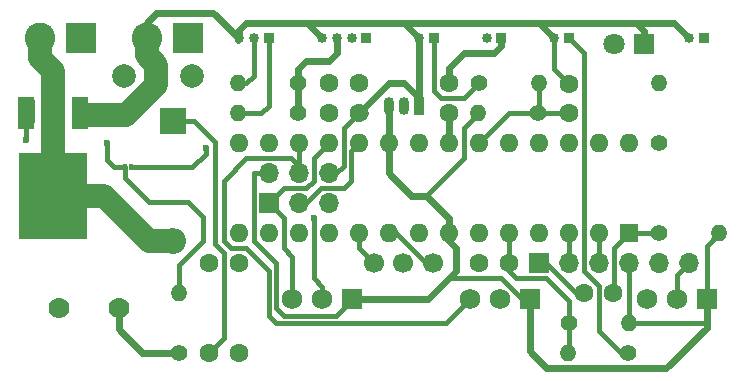
<source format=gbl>
G04 #@! TF.FileFunction,Copper,L2,Bot,Signal*
%FSLAX46Y46*%
G04 Gerber Fmt 4.6, Leading zero omitted, Abs format (unit mm)*
G04 Created by KiCad (PCBNEW 4.0.7) date 07/26/19 16:42:22*
%MOMM*%
%LPD*%
G01*
G04 APERTURE LIST*
%ADD10C,0.100000*%
%ADD11R,2.200000X2.200000*%
%ADD12O,2.200000X2.200000*%
%ADD13C,1.778000*%
%ADD14R,1.700000X1.700000*%
%ADD15O,1.700000X1.700000*%
%ADD16R,1.800000X1.800000*%
%ADD17C,1.800000*%
%ADD18C,1.750000*%
%ADD19R,1.750000X1.750000*%
%ADD20C,2.000000*%
%ADD21R,1.600000X1.600000*%
%ADD22O,1.600000X1.600000*%
%ADD23R,2.600000X2.600000*%
%ADD24C,2.600000*%
%ADD25C,1.700000*%
%ADD26C,1.400000*%
%ADD27O,1.400000X1.400000*%
%ADD28C,1.600000*%
%ADD29O,0.900000X1.500000*%
%ADD30R,0.900000X1.500000*%
%ADD31R,0.850000X0.850000*%
%ADD32C,0.850000*%
%ADD33R,1.400000X2.700000*%
%ADD34R,5.800000X7.400000*%
%ADD35R,0.400000X0.600000*%
%ADD36C,0.600000*%
%ADD37C,0.406400*%
%ADD38C,0.609600*%
%ADD39C,0.914400*%
%ADD40C,2.032000*%
G04 APERTURE END LIST*
D10*
D11*
X50800000Y-95250000D03*
D12*
X50800000Y-105410000D03*
D13*
X46228000Y-111125000D03*
X41148000Y-111125000D03*
D14*
X81788000Y-107315000D03*
D15*
X84328000Y-107315000D03*
X86868000Y-107315000D03*
X89408000Y-107315000D03*
X91948000Y-107315000D03*
X94488000Y-107315000D03*
D16*
X90678000Y-88773000D03*
D17*
X88138000Y-88773000D03*
D18*
X90918000Y-110365000D03*
X93458000Y-110365000D03*
D19*
X95998000Y-110365000D03*
D20*
X46630000Y-91440000D03*
X52430000Y-91440000D03*
D21*
X89408000Y-104775000D03*
D22*
X56388000Y-97155000D03*
X86868000Y-104775000D03*
X58928000Y-97155000D03*
X84328000Y-104775000D03*
X61468000Y-97155000D03*
X81788000Y-104775000D03*
X64008000Y-97155000D03*
X79248000Y-104775000D03*
X66548000Y-97155000D03*
X76708000Y-104775000D03*
X69088000Y-97155000D03*
X74168000Y-104775000D03*
X71628000Y-97155000D03*
X71628000Y-104775000D03*
X74168000Y-97155000D03*
X69088000Y-104775000D03*
X76708000Y-97155000D03*
X66548000Y-104775000D03*
X79248000Y-97155000D03*
X64008000Y-104775000D03*
X81788000Y-97155000D03*
X61468000Y-104775000D03*
X84328000Y-97155000D03*
X58928000Y-104775000D03*
X86868000Y-97155000D03*
X56388000Y-104775000D03*
X89408000Y-97155000D03*
D23*
X52070000Y-88265000D03*
D24*
X48570000Y-88265000D03*
D23*
X43053000Y-88265000D03*
D24*
X39553000Y-88265000D03*
D25*
X67818000Y-107315000D03*
X70318000Y-107315000D03*
X72818000Y-107315000D03*
D26*
X84368000Y-112395000D03*
D27*
X89448000Y-112395000D03*
D26*
X89368000Y-114935000D03*
D27*
X84288000Y-114935000D03*
D28*
X74168000Y-92075000D03*
X74168000Y-94575000D03*
X66548000Y-92075000D03*
X66548000Y-94575000D03*
X79248000Y-107315000D03*
X76748000Y-107315000D03*
D29*
X70358000Y-93980000D03*
X69088000Y-93980000D03*
D30*
X71628000Y-93980000D03*
D28*
X64008000Y-92075000D03*
X64008000Y-94575000D03*
X85598000Y-109855000D03*
X88098000Y-109855000D03*
D26*
X91988000Y-104775000D03*
D27*
X97068000Y-104775000D03*
D28*
X84328000Y-94615000D03*
X84328000Y-92115000D03*
D26*
X76748000Y-92075000D03*
D27*
X81828000Y-92075000D03*
D26*
X81748000Y-94615000D03*
D27*
X76668000Y-94615000D03*
D18*
X75918000Y-110365000D03*
X78458000Y-110365000D03*
D19*
X80998000Y-110365000D03*
D18*
X60918000Y-110365000D03*
X63458000Y-110365000D03*
D19*
X65998000Y-110365000D03*
D26*
X61428000Y-94615000D03*
D27*
X56348000Y-94615000D03*
D26*
X61428000Y-92075000D03*
D27*
X56348000Y-92075000D03*
D26*
X91948000Y-97115000D03*
D27*
X91948000Y-92035000D03*
D28*
X53848000Y-107315000D03*
X53848000Y-114935000D03*
X56388000Y-107315000D03*
X56388000Y-114935000D03*
D26*
X51308000Y-114895000D03*
D27*
X51308000Y-109815000D03*
D14*
X58928000Y-102235000D03*
D15*
X58928000Y-99695000D03*
X61468000Y-102235000D03*
X61468000Y-99695000D03*
X64008000Y-102235000D03*
X64008000Y-99695000D03*
D31*
X78613000Y-88265000D03*
D32*
X77363000Y-88265000D03*
D31*
X67183000Y-88265000D03*
D32*
X65933000Y-88265000D03*
X64683000Y-88265000D03*
X63433000Y-88265000D03*
D31*
X72898000Y-88265000D03*
D32*
X71648000Y-88265000D03*
D31*
X95758000Y-88265000D03*
D32*
X94508000Y-88265000D03*
D31*
X84328000Y-88265000D03*
D32*
X83078000Y-88265000D03*
D31*
X58928000Y-88265000D03*
D32*
X57678000Y-88265000D03*
X56428000Y-88265000D03*
D33*
X38360000Y-94610000D03*
X42920000Y-94610000D03*
D34*
X40640000Y-101592000D03*
D35*
X47240000Y-99187000D03*
X46740000Y-99187000D03*
D36*
X62738000Y-103505000D03*
X38354000Y-96901000D03*
X45212000Y-97155000D03*
X53594000Y-97536000D03*
D37*
X89408000Y-104775000D02*
X91988000Y-104775000D01*
X89408000Y-104775000D02*
X88138000Y-106045000D01*
X88138000Y-106045000D02*
X88138000Y-109815000D01*
X88138000Y-109815000D02*
X88098000Y-109855000D01*
D38*
X56428000Y-88265000D02*
X56388000Y-88265000D01*
X56388000Y-88265000D02*
X54229000Y-86106000D01*
X48570000Y-86939000D02*
X48570000Y-88265000D01*
X49403000Y-86106000D02*
X48570000Y-86939000D01*
X54229000Y-86106000D02*
X49403000Y-86106000D01*
D39*
X43052000Y-94742000D02*
X43688000Y-94742000D01*
D40*
X48570000Y-89718000D02*
X49403000Y-90551000D01*
X49403000Y-90551000D02*
X49403000Y-92202000D01*
X49403000Y-92202000D02*
X46863000Y-94742000D01*
X46863000Y-94742000D02*
X43688000Y-94742000D01*
X48570000Y-89718000D02*
X48570000Y-88265000D01*
D39*
X43052000Y-94742000D02*
X42920000Y-94610000D01*
D38*
X46228000Y-111125000D02*
X46228000Y-112903000D01*
X46228000Y-112903000D02*
X48220000Y-114895000D01*
X48220000Y-114895000D02*
X51308000Y-114895000D01*
D37*
X63458000Y-109305000D02*
X63458000Y-110365000D01*
X62738000Y-108585000D02*
X63458000Y-109305000D01*
X62738000Y-103505000D02*
X62738000Y-108585000D01*
D38*
X66548000Y-94575000D02*
X66588000Y-94575000D01*
X66588000Y-94575000D02*
X69088000Y-92075000D01*
X70358000Y-92075000D02*
X71628000Y-93345000D01*
X69088000Y-92075000D02*
X70358000Y-92075000D01*
X71628000Y-93345000D02*
X71628000Y-93980000D01*
D37*
X64008000Y-99695000D02*
X64643000Y-99695000D01*
X64643000Y-99695000D02*
X65278000Y-99060000D01*
X65278000Y-99060000D02*
X65278000Y-95845000D01*
X65278000Y-95845000D02*
X66548000Y-94575000D01*
D38*
X71628000Y-93345000D02*
X71628000Y-93980000D01*
X74168000Y-94575000D02*
X74168000Y-97155000D01*
X71628000Y-93980000D02*
X71628000Y-88285000D01*
X71628000Y-88285000D02*
X71648000Y-88265000D01*
D37*
X93458000Y-110365000D02*
X93458000Y-108345000D01*
X93458000Y-108345000D02*
X94488000Y-107315000D01*
X67143000Y-94575000D02*
X66548000Y-94575000D01*
X83078000Y-88265000D02*
X83078000Y-90865000D01*
X83078000Y-90865000D02*
X84328000Y-92115000D01*
D38*
X81153000Y-86995000D02*
X81808000Y-86995000D01*
X81808000Y-86995000D02*
X83078000Y-88265000D01*
X89408000Y-86995000D02*
X93238000Y-86995000D01*
X93238000Y-86995000D02*
X94508000Y-88265000D01*
X70358000Y-86995000D02*
X81153000Y-86995000D01*
X81153000Y-86995000D02*
X89408000Y-86995000D01*
X89408000Y-86995000D02*
X90043000Y-86995000D01*
X90678000Y-87630000D02*
X90678000Y-88773000D01*
X90043000Y-86995000D02*
X90678000Y-87630000D01*
X62163000Y-86995000D02*
X70358000Y-86995000D01*
X70358000Y-86995000D02*
X70378000Y-86995000D01*
X70378000Y-86995000D02*
X71648000Y-88265000D01*
X56428000Y-88265000D02*
X56428000Y-87590000D01*
X62163000Y-86995000D02*
X63433000Y-88265000D01*
X57023000Y-86995000D02*
X62163000Y-86995000D01*
X56428000Y-87590000D02*
X57023000Y-86995000D01*
X56328000Y-88365000D02*
X56428000Y-88265000D01*
D37*
X81748000Y-94615000D02*
X84328000Y-94615000D01*
X76708000Y-97155000D02*
X79248000Y-94615000D01*
X79248000Y-94615000D02*
X81748000Y-94615000D01*
X81828000Y-92075000D02*
X81828000Y-94535000D01*
X81828000Y-94535000D02*
X81748000Y-94615000D01*
X56348000Y-94615000D02*
X58293000Y-94615000D01*
X58928000Y-93980000D02*
X58928000Y-88265000D01*
X58293000Y-94615000D02*
X58928000Y-93980000D01*
X38354000Y-96901000D02*
X38360000Y-96895000D01*
X38360000Y-94610000D02*
X38360000Y-96895000D01*
X45847000Y-99187000D02*
X46740000Y-99187000D01*
X45212000Y-98552000D02*
X45847000Y-99187000D01*
X45212000Y-97155000D02*
X45212000Y-98552000D01*
X46740000Y-99187000D02*
X46740000Y-100080000D01*
X51308000Y-107442000D02*
X51308000Y-109815000D01*
X53340000Y-105410000D02*
X51308000Y-107442000D01*
X53340000Y-103378000D02*
X53340000Y-105410000D01*
X52070000Y-102108000D02*
X53340000Y-103378000D01*
X48768000Y-102108000D02*
X52070000Y-102108000D01*
X46740000Y-100080000D02*
X48768000Y-102108000D01*
X38868000Y-95245000D02*
X38868000Y-93605000D01*
X84368000Y-112395000D02*
X84368000Y-114855000D01*
X84368000Y-114855000D02*
X84288000Y-114935000D01*
X79248000Y-107315000D02*
X79248000Y-107950000D01*
X79248000Y-107950000D02*
X79883000Y-108585000D01*
X84368000Y-110530000D02*
X84368000Y-112395000D01*
X82423000Y-108585000D02*
X84368000Y-110530000D01*
X79883000Y-108585000D02*
X82423000Y-108585000D01*
X79248000Y-104775000D02*
X79248000Y-107315000D01*
X62103000Y-102235000D02*
X63373000Y-100965000D01*
X65913000Y-97790000D02*
X66548000Y-97155000D01*
X65913000Y-100330000D02*
X65913000Y-97790000D01*
X65278000Y-100965000D02*
X65913000Y-100330000D01*
X63373000Y-100965000D02*
X65278000Y-100965000D01*
X60198000Y-106045000D02*
X60198000Y-103505000D01*
X60198000Y-106045000D02*
X60918000Y-106765000D01*
X60918000Y-110365000D02*
X60918000Y-106765000D01*
X60198000Y-103505000D02*
X58928000Y-102235000D01*
X64008000Y-97155000D02*
X62738000Y-98425000D01*
X60198000Y-100965000D02*
X58928000Y-102235000D01*
X62103000Y-100965000D02*
X60198000Y-100965000D01*
X62738000Y-100330000D02*
X62103000Y-100965000D01*
X62738000Y-98425000D02*
X62738000Y-100330000D01*
D38*
X69088000Y-93980000D02*
X69088000Y-97155000D01*
X61428000Y-92075000D02*
X61428000Y-94615000D01*
D37*
X80998000Y-110365000D02*
X80393000Y-110365000D01*
X80393000Y-110365000D02*
X78613000Y-108585000D01*
X74168000Y-108585000D02*
X73533000Y-109220000D01*
X78613000Y-108585000D02*
X74168000Y-108585000D01*
X58928000Y-99695000D02*
X57658000Y-99695000D01*
X64603000Y-111760000D02*
X65998000Y-110365000D01*
X60198000Y-111760000D02*
X64603000Y-111760000D01*
X59563000Y-111125000D02*
X60198000Y-111760000D01*
X59563000Y-107315000D02*
X59563000Y-111125000D01*
X57658000Y-105410000D02*
X59563000Y-107315000D01*
X57658000Y-104140000D02*
X57658000Y-105410000D01*
X57658000Y-99695000D02*
X57658000Y-104140000D01*
X61428000Y-94615000D02*
X61428000Y-94655000D01*
X76668000Y-94615000D02*
X76668000Y-94655000D01*
X76668000Y-94655000D02*
X75438000Y-95885000D01*
X75438000Y-95885000D02*
X75438000Y-98425000D01*
X75438000Y-98425000D02*
X72263000Y-101600000D01*
X95998000Y-110365000D02*
X95998000Y-105845000D01*
X95998000Y-105845000D02*
X97068000Y-104775000D01*
D38*
X80998000Y-110365000D02*
X80998000Y-114780000D01*
X95998000Y-112790000D02*
X95998000Y-110365000D01*
X92583000Y-116205000D02*
X95998000Y-112790000D01*
X82423000Y-116205000D02*
X92583000Y-116205000D01*
X80998000Y-114780000D02*
X82423000Y-116205000D01*
D37*
X80998000Y-110365000D02*
X80998000Y-110645000D01*
X95998000Y-110365000D02*
X95998000Y-112155000D01*
X95998000Y-112155000D02*
X95758000Y-112395000D01*
X95758000Y-112395000D02*
X89448000Y-112395000D01*
X89408000Y-107315000D02*
X89408000Y-112355000D01*
X89408000Y-112355000D02*
X89448000Y-112395000D01*
D38*
X74168000Y-104775000D02*
X74168000Y-105410000D01*
X74168000Y-105410000D02*
X74803000Y-106045000D01*
X72388000Y-110365000D02*
X65998000Y-110365000D01*
X74803000Y-107950000D02*
X73533000Y-109220000D01*
X73533000Y-109220000D02*
X72388000Y-110365000D01*
X74803000Y-106045000D02*
X74803000Y-107950000D01*
X69088000Y-97155000D02*
X69088000Y-99695000D01*
X70993000Y-101600000D02*
X72263000Y-101600000D01*
X69088000Y-99695000D02*
X70993000Y-101600000D01*
X72263000Y-101600000D02*
X74168000Y-103505000D01*
X74168000Y-103505000D02*
X74168000Y-104775000D01*
X61428000Y-92075000D02*
X61428000Y-90845000D01*
X64683000Y-89495000D02*
X64683000Y-88265000D01*
X64008000Y-90170000D02*
X64683000Y-89495000D01*
X62103000Y-90170000D02*
X64008000Y-90170000D01*
X61428000Y-90845000D02*
X62103000Y-90170000D01*
D37*
X69088000Y-104775000D02*
X69723000Y-104775000D01*
X69723000Y-104775000D02*
X72263000Y-107315000D01*
X72263000Y-107315000D02*
X72818000Y-107315000D01*
X66548000Y-104775000D02*
X66548000Y-106045000D01*
X66548000Y-106045000D02*
X67818000Y-107315000D01*
X60198000Y-112366402D02*
X59534402Y-112366402D01*
X55118000Y-105410000D02*
X55753000Y-106045000D01*
X55753000Y-106045000D02*
X57023000Y-106045000D01*
X57023000Y-106045000D02*
X58928000Y-107950000D01*
X58928000Y-107950000D02*
X58928000Y-110490000D01*
X58928000Y-110490000D02*
X58928000Y-111125000D01*
X60833000Y-98425000D02*
X57023000Y-98425000D01*
X57023000Y-98425000D02*
X55118000Y-100330000D01*
X60833000Y-98425000D02*
X61468000Y-99060000D01*
X55118000Y-100330000D02*
X55118000Y-105410000D01*
X58928000Y-111760000D02*
X58928000Y-111125000D01*
X59534402Y-112366402D02*
X58928000Y-111760000D01*
X71628000Y-112395000D02*
X73888000Y-112395000D01*
X60198000Y-112366402D02*
X71599402Y-112366402D01*
X71599402Y-112366402D02*
X71628000Y-112395000D01*
X73888000Y-112395000D02*
X75918000Y-110365000D01*
X61468000Y-99695000D02*
X61468000Y-99060000D01*
X61468000Y-97155000D02*
X61468000Y-99695000D01*
X86868000Y-107315000D02*
X86868000Y-104775000D01*
X84328000Y-107315000D02*
X84328000Y-104775000D01*
X81788000Y-107315000D02*
X82423000Y-107315000D01*
X82423000Y-107315000D02*
X84963000Y-109855000D01*
X84963000Y-109855000D02*
X85598000Y-109855000D01*
X89368000Y-114935000D02*
X88773000Y-114935000D01*
X88773000Y-114935000D02*
X86868000Y-113030000D01*
X86868000Y-113030000D02*
X86868000Y-109220000D01*
X86868000Y-109220000D02*
X85598000Y-107950000D01*
X85598000Y-107950000D02*
X85598000Y-89535000D01*
X85598000Y-89535000D02*
X84328000Y-88265000D01*
X76748000Y-92075000D02*
X76708000Y-92075000D01*
X76708000Y-92075000D02*
X75438000Y-93345000D01*
X72898000Y-92710000D02*
X72898000Y-88265000D01*
X73533000Y-93345000D02*
X72898000Y-92710000D01*
X75438000Y-93345000D02*
X73533000Y-93345000D01*
X56348000Y-92075000D02*
X57023000Y-92075000D01*
X57023000Y-92075000D02*
X57678000Y-91420000D01*
X57678000Y-91420000D02*
X57678000Y-88265000D01*
X54356000Y-105664000D02*
X54356000Y-97028000D01*
X53848000Y-114935000D02*
X55118000Y-113665000D01*
X55118000Y-106426000D02*
X55118000Y-113665000D01*
X55118000Y-106426000D02*
X54356000Y-105664000D01*
X52578000Y-95250000D02*
X50800000Y-95250000D01*
X54356000Y-97028000D02*
X52578000Y-95250000D01*
D40*
X50800000Y-105410000D02*
X48768000Y-105410000D01*
X44950000Y-101592000D02*
X40640000Y-101592000D01*
X48768000Y-105410000D02*
X44950000Y-101592000D01*
X39553000Y-88265000D02*
X39553000Y-89972000D01*
X40640000Y-91059000D02*
X40640000Y-101592000D01*
X39553000Y-89972000D02*
X40640000Y-91059000D01*
D37*
X47240000Y-99187000D02*
X51308000Y-99187000D01*
X52451000Y-99187000D02*
X51308000Y-99187000D01*
X53594000Y-98044000D02*
X52451000Y-99187000D01*
X53594000Y-97536000D02*
X53594000Y-98044000D01*
D38*
X78613000Y-88265000D02*
X78613000Y-88900000D01*
X74168000Y-90805000D02*
X74168000Y-92075000D01*
X75438000Y-89535000D02*
X74168000Y-90805000D01*
X77978000Y-89535000D02*
X75438000Y-89535000D01*
X78613000Y-88900000D02*
X77978000Y-89535000D01*
M02*

</source>
